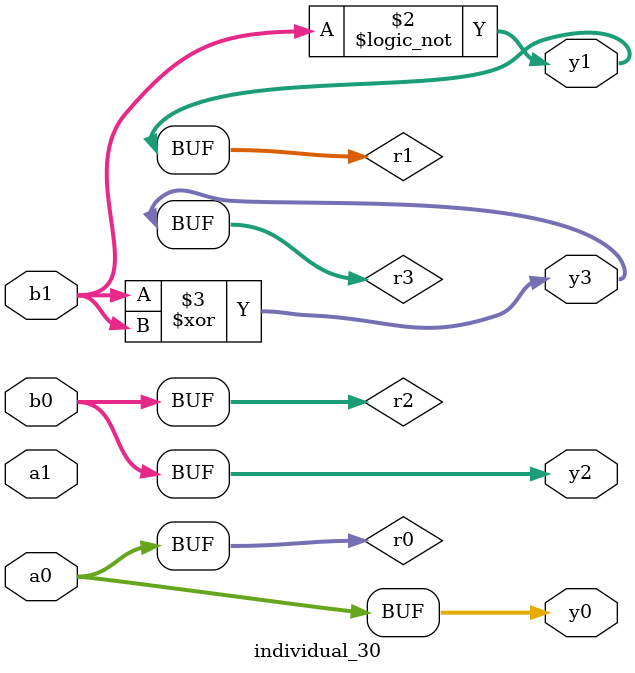
<source format=sv>
module individual_30(input logic [15:0] a1, input logic [15:0] a0, input logic [15:0] b1, input logic [15:0] b0, output logic [15:0] y3, output logic [15:0] y2, output logic [15:0] y1, output logic [15:0] y0);
logic [15:0] r0, r1, r2, r3; 
 always@(*) begin 
	 r0 = a0; r1 = a1; r2 = b0; r3 = b1; 
 	 r1 = ! b1 ;
 	 r3  ^=  b1 ;
 	 y3 = r3; y2 = r2; y1 = r1; y0 = r0; 
end
endmodule
</source>
